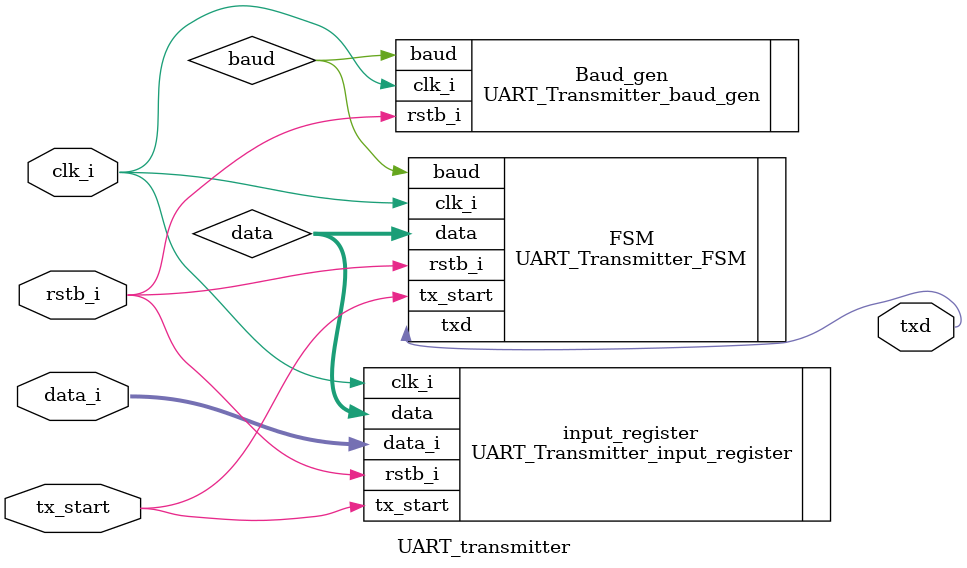
<source format=v>
`timescale 1ns / 1ps


module UART_transmitter(
        input  clk_i,
        input  rstb_i,
        input  [7:0]data_i,
        input  tx_start,
        output  txd
    );
    
    wire [7:0] data;
    wire baud;
        
    UART_Transmitter_baud_gen Baud_gen(
        .clk_i             (clk_i),        
        .baud              (baud),
        .rstb_i            (rstb_i));
   
    UART_Transmitter_input_register input_register (
        .clk_i             (clk_i),       
        .rstb_i            (rstb_i),
        .data              (data),
        .data_i              (data_i),
        .tx_start          (tx_start));
        
    UART_Transmitter_FSM FSM(
        .clk_i             (clk_i),        
        .baud              (baud),
        .rstb_i            (rstb_i),
        .data              (data),
        .tx_start          (tx_start),
        .txd               (txd));
        
        
endmodule

</source>
